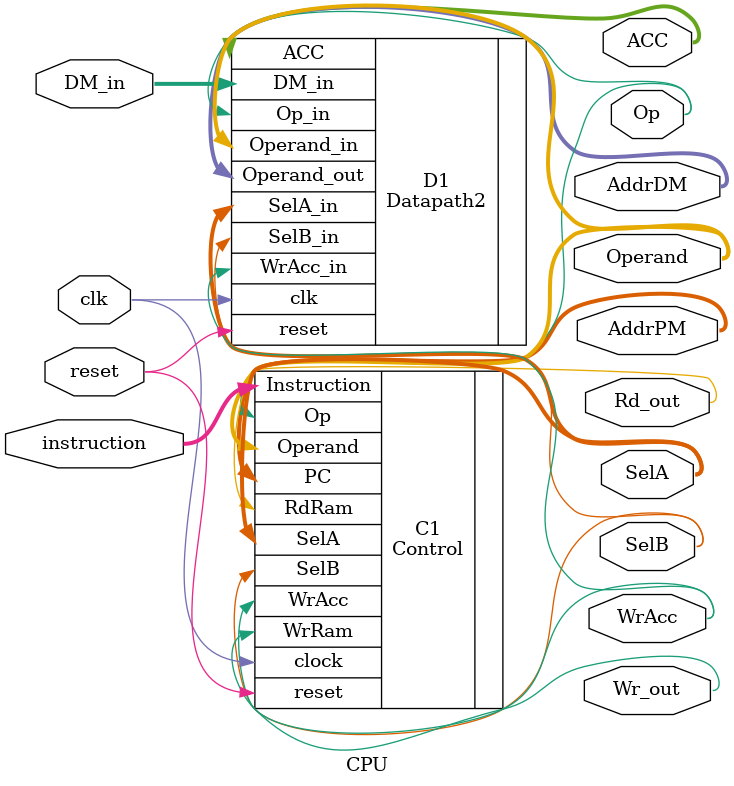
<source format=v>
`timescale 1ns / 1ps
module CPU
(clk, reset, instruction, DM_in, AddrPM, AddrDM, ACC, Rd_out, Wr_out, Operand, SelA, SelB, Op, WrAcc);
	
	// Entradas modulo
	input wire clk, reset;
	input wire [15:0] instruction;
	input wire [15:0] DM_in;
	
	// Salidas modulo
	output wire [10:0] AddrPM;
	output wire [10:0] AddrDM;
	output wire [15:0] ACC;
	output wire Rd_out;
	output wire Wr_out;
	
	// Variables internas
	output wire [10:0] Operand;
	output wire WrAcc, SelB, Op;
	output wire [1:0] SelA;
	
	
	// Instanciacion Control
	Control C1(
		.clock(clk),
		.reset(reset),
		.Instruction(instruction),
		.SelA(SelA),
		.SelB(SelB),
		.Op(Op),
		.WrAcc(WrAcc),
		.WrRam(Wr_out),
		.RdRam(Rd_out),
		.Operand(Operand),
		.PC(AddrPM)
	);
	
	// Instanciacion Datapath
	Datapath2 D1(
		.clk(clk),
		.reset(reset),
		.Operand_in(Operand),
		.DM_in(DM_in),
		.SelA_in(SelA),
		.SelB_in(SelB),
		.WrAcc_in(WrAcc),
		.Op_in(Op),
		.ACC(ACC),
		.Operand_out(AddrDM)
	);
	

endmodule

</source>
